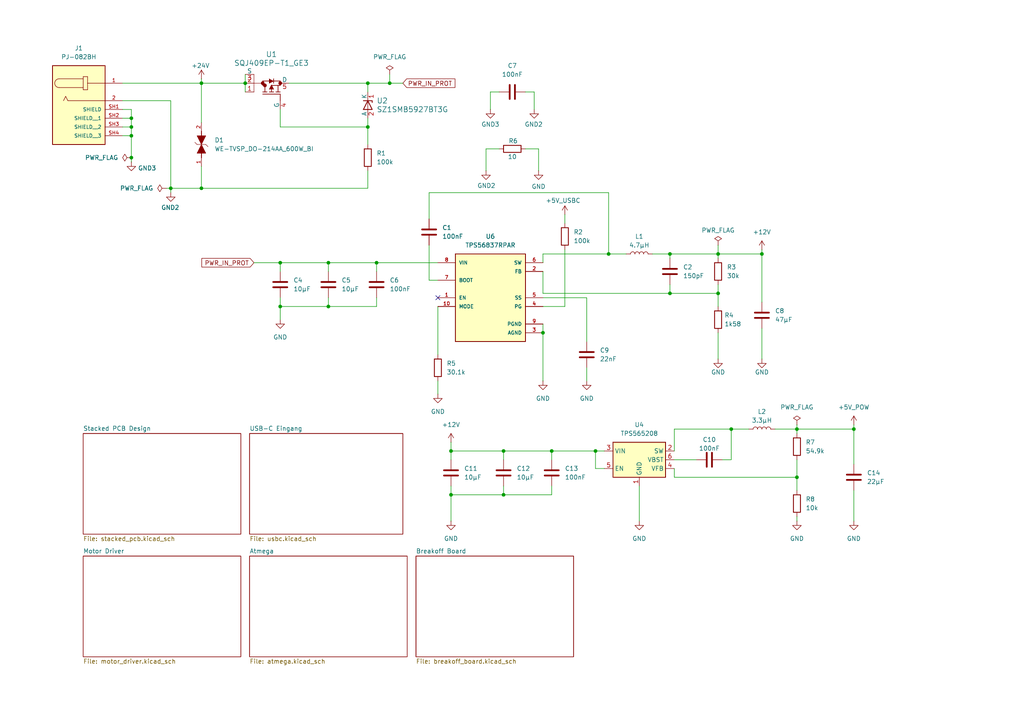
<source format=kicad_sch>
(kicad_sch (version 20231120) (generator "eeschema") (generator_version "8.0")
  (paper "A4")
  (lib_symbols
    (symbol "Device:C" (pin_numbers hide) (pin_names (offset 0.254))
      (property "Reference" "C" (at 0.635 2.54 0))
      (property "Value" "C" (at 0.635 -2.54 0))
      (symbol "C_0_1"
        (polyline (pts (xy -2.032 -0.762) (xy 2.032 -0.762)) (stroke (width 0.508)))
        (polyline (pts (xy -2.032 0.762) (xy 2.032 0.762)) (stroke (width 0.508)))
      )
      (symbol "C_1_1"
        (pin passive line (at 0 3.81 270) (length 2.794) (name "~") (number "1"))
        (pin passive line (at 0 -3.81 90) (length 2.794) (name "~") (number "2"))
      )
    )
    (symbol "Device:L" (pin_numbers hide) (pin_names (offset 1.016) hide)
      (property "Reference" "L" (at -1.27 0 90))
      (property "Value" "L" (at 1.905 0 90))
      (symbol "L_0_1"
        (arc (start 0 -2.54) (mid 0.6323 -1.905) (end 0 -1.27))
        (arc (start 0 -1.27) (mid 0.6323 -0.635) (end 0 0))
        (arc (start 0 0) (mid 0.6323 0.635) (end 0 1.27))
        (arc (start 0 1.27) (mid 0.6323 1.905) (end 0 2.54))
      )
      (symbol "L_1_1"
        (pin passive line (at 0 3.81 270) (length 1.27) (name "1") (number "1"))
        (pin passive line (at 0 -3.81 90) (length 1.27) (name "2") (number "2"))
      )
    )
    (symbol "Device:R" (pin_numbers hide) (pin_names (offset 0))
      (property "Reference" "R" (at 2.032 0 90))
      (property "Value" "R" (at 0 0 90))
      (symbol "R_0_1"
        (rectangle (start -1.016 -2.54) (end 1.016 2.54) (stroke (width 0.254)))
      )
      (symbol "R_1_1"
        (pin passive line (at 0 3.81 270) (length 1.27) (name "~") (number "1"))
        (pin passive line (at 0 -3.81 90) (length 1.27) (name "~") (number "2"))
      )
    )
    (symbol "Imported_Component_Symbols:PJ-082BH" (pin_names (offset 1.016))
      (property "Reference" "J" (at -7.6246 10.1631 0))
      (property "Value" "PJ-082BH" (at -7.632 -17.788 0))
      (symbol "PJ-082BH_0_0"
        (rectangle (start -7.62 7.62) (end 7.62 -15.24) (stroke (width 0.254)) (fill (type background)))
        (arc (start -5.715 3.81) (mid -6.9794 2.54) (end -5.715 1.27) (stroke (width 0.1524)))
        (polyline (pts (xy -5.715 3.81) (xy 1.27 3.81)) (stroke (width 0.1524)))
        (polyline (pts (xy -3.81 -1.27) (xy -4.445 -2.54)) (stroke (width 0.1524)))
        (polyline (pts (xy -3.175 -2.54) (xy -3.81 -1.27)) (stroke (width 0.1524)))
        (polyline (pts (xy 1.27 0.635) (xy 2.54 0.635)) (stroke (width 0.1524)))
        (polyline (pts (xy 1.27 1.27) (xy -5.715 1.27)) (stroke (width 0.1524)))
        (polyline (pts (xy 1.27 1.27) (xy 1.27 0.635)) (stroke (width 0.1524)))
        (polyline (pts (xy 1.27 3.81) (xy 1.27 1.27)) (stroke (width 0.1524)))
        (polyline (pts (xy 1.27 4.445) (xy 1.27 3.81)) (stroke (width 0.1524)))
        (polyline (pts (xy 2.54 0.635) (xy 2.54 2.54)) (stroke (width 0.1524)))
        (polyline (pts (xy 2.54 2.54) (xy 2.54 4.445)) (stroke (width 0.1524)))
        (polyline (pts (xy 2.54 2.54) (xy 7.62 2.54)) (stroke (width 0.1524)))
        (polyline (pts (xy 2.54 4.445) (xy 1.27 4.445)) (stroke (width 0.1524)))
        (polyline (pts (xy 7.62 -2.54) (xy -3.175 -2.54)) (stroke (width 0.1524)))
      )
      (symbol "PJ-082BH_1_0"
        (pin power_out line (at 12.7 2.54 180) (length 5.08) (name "~") (number "1"))
        (pin passive line (at 12.7 -2.54 180) (length 5.08) (name "~") (number "2"))
        (pin passive line (at 12.7 -5.08 180) (length 5.08) (name "SHIELD") (number "SH1"))
        (pin passive line (at 12.7 -7.62 180) (length 5.08) (name "SHIELD__1") (number "SH2"))
        (pin passive line (at 12.7 -10.16 180) (length 5.08) (name "SHIELD__2") (number "SH3"))
        (pin passive line (at 12.7 -12.7 180) (length 5.08) (name "SHIELD__3") (number "SH4"))
      )
    )
    (symbol "Imported_Component_Symbols:SQJ409EP-T1_GE3" (pin_names (offset 0))
      (property "Reference" "U" (at 0 6.604 0))
      (property "Value" "SQJ409EP-T1_GE3" (at 0 8.89 0))
      (symbol "SQJ409EP-T1_GE3_0_1"
        (circle (center -2.54 0) (radius 0.0254) (stroke (width 0.508)))
        (polyline (pts (xy -2.54 -5.08) (xy -2.54 -3.175)) (stroke (width 0.2032)))
        (polyline (pts (xy -2.54 -0.635) (xy -2.54 0.635)) (stroke (width 0.2032)))
        (polyline (pts (xy -1.905 -2.54) (xy -1.905 -0.635)) (stroke (width 0.2032)))
        (polyline (pts (xy -1.905 -0.635) (xy -2.54 -0.635)) (stroke (width 0.2032)))
        (polyline (pts (xy -1.905 -0.635) (xy 0 -0.635)) (stroke (width 0.2032)))
        (polyline (pts (xy -1.27 -2.54) (xy -2.54 -2.54)) (stroke (width 0.2032)))
        (polyline (pts (xy -0.635 0.635) (xy -2.54 0.635)) (stroke (width 0.2032)))
        (polyline (pts (xy -0.635 1.27) (xy -0.635 0)) (stroke (width 0.2032)))
        (polyline (pts (xy 0 -1.778) (xy 0 -2.413)) (stroke (width 0.2032)))
        (polyline (pts (xy 0.635 -2.54) (xy -0.635 -2.54)) (stroke (width 0.2032)))
        (polyline (pts (xy 1.905 -2.54) (xy 1.905 -0.635)) (stroke (width 0.2032)))
        (polyline (pts (xy 1.905 -0.635) (xy 2.54 -0.635)) (stroke (width 0.127)))
        (polyline (pts (xy 2.54 -3.175) (xy -2.54 -3.175)) (stroke (width 0.2032)))
        (polyline (pts (xy 2.54 -2.54) (xy 1.27 -2.54)) (stroke (width 0.2032)))
        (polyline (pts (xy 2.54 -0.635) (xy 2.54 0.635)) (stroke (width 0.2032)))
        (polyline (pts (xy 2.54 0) (xy 5.08 0)) (stroke (width 0.127)))
        (polyline (pts (xy 2.54 0.635) (xy 0.635 0.635)) (stroke (width 0.2032)))
        (polyline (pts (xy 5.08 -2.54) (xy 5.08 2.54)) (stroke (width 0.127)))
        (polyline (pts (xy 0.635 -1.778) (xy 0 -0.508) (xy -0.635 -1.778)) (fill (type outline)))
        (polyline (pts (xy 0.635 1.27) (xy 0.635 0) (xy -0.635 0.635)) (fill (type outline)))
        (circle (center 1.905 -0.635) (radius 0.0254) (stroke (width 0.508)))
        (circle (center 2.54 0) (radius 0.0254) (stroke (width 0.508)))
      )
      (symbol "SQJ409EP-T1_GE3_1_1"
        (pin passive line (at 7.62 -2.54 180) (length 2.54) (name "") (number "1"))
        (pin passive line (at 7.62 0 180) (length 2.54) (name "") (number "2"))
        (pin passive line (at 7.62 2.54 180) (length 2.54) (name "S") (number "3"))
        (pin input line (at -2.54 -7.62 90) (length 2.54) (name "G") (number "4"))
        (pin passive line (at -5.08 0 0) (length 2.54) (name "D") (number "5"))
      )
    )
    (symbol "Imported_Component_Symbols:SZ1SMB5927BT3G" (pin_names (offset 0))
      (property "Reference" "U" (at 0 10.16 0))
      (property "Value" "SZ1SMB5927BT3G" (at 0 7.62 0))
      (symbol "SZ1SMB5927BT3G_0_1"
        (polyline (pts (xy 1.27 0) (xy -1.27 0)))
        (polyline (pts (xy -1.27 -1.27) (xy -1.27 1.27) (xy -0.762 1.27)) (stroke (width 0.254)))
        (polyline (pts (xy 1.27 -1.27) (xy 1.27 1.27) (xy -1.27 0) (xy 1.27 -1.27)) (stroke (width 0.254)))
      )
      (symbol "SZ1SMB5927BT3G_1_1"
        (pin passive line (at -3.81 0 0) (length 2.54) (name "K") (number "1"))
        (pin passive line (at 3.81 0 180) (length 2.54) (name "A") (number "2"))
      )
    )
    (symbol "Imported_Component_Symbols:TPS56837RPAR" (pin_names (offset 1.016))
      (property "Reference" "U" (at -10.16 13.97 0))
      (property "Value" "TPS56837RPAR" (at -10.16 -13.97 0))
      (symbol "TPS56837RPAR_0_0"
        (rectangle (start -10.16 -12.7) (end 10.16 12.7) (stroke (width 0.254)) (fill (type background)))
        (pin input line (at -15.24 0 0) (length 5.08) (name "EN") (number "1"))
        (pin input line (at -15.24 -2.54 0) (length 5.08) (name "MODE") (number "10"))
        (pin input line (at 15.24 7.62 180) (length 5.08) (name "FB") (number "2"))
        (pin power_in line (at 15.24 -10.16 180) (length 5.08) (name "AGND") (number "3"))
        (pin output line (at 15.24 -2.54 180) (length 5.08) (name "PG") (number "4"))
        (pin output line (at 15.24 0 180) (length 5.08) (name "SS") (number "5"))
        (pin output line (at 15.24 10.16 180) (length 5.08) (name "SW") (number "6"))
        (pin input line (at -15.24 5.08 0) (length 5.08) (name "BOOT") (number "7"))
        (pin input line (at -15.24 10.16 0) (length 5.08) (name "VIN") (number "8"))
        (pin power_in line (at 15.24 -7.62 180) (length 5.08) (name "PGND") (number "9"))
      )
    )
    (symbol "Imported_Component_Symbols:WE-TVSP_DO-214AA_600W_BI" (pin_names (offset 1.016))
      (property "Reference" "D" (at 1.27 2.54 0))
      (property "Value" "WE-TVSP_DO-214AA_600W_BI" (at -2.54 -3.81 0))
      (symbol "WE-TVSP_DO-214AA_600W_BI_0_0"
        (polyline (pts (xy -2.54 0) (xy -1.27 0)) (stroke (width 0.254)))
        (polyline (pts (xy -0.635 0) (xy -1.27 0)) (stroke (width 0.254)))
        (polyline (pts (xy 1.27 -1.27) (xy 0.635 -1.905)) (stroke (width 0.127)))
        (polyline (pts (xy 1.27 1.27) (xy 1.27 -1.27)) (stroke (width 0.127)))
        (polyline (pts (xy 1.905 1.905) (xy 1.27 1.27)) (stroke (width 0.127)))
        (polyline (pts (xy 3.175 0) (xy 3.81 0)) (stroke (width 0.254)))
        (polyline (pts (xy 5.08 0) (xy 3.81 0)) (stroke (width 0.254)))
        (polyline (pts (xy -1.27 1.27) (xy -1.27 -1.27) (xy 1.27 0) (xy -1.27 1.27)) (stroke (width 0.127)) (fill (type outline)))
        (polyline (pts (xy 3.81 -1.27) (xy 3.81 1.27) (xy 1.27 0) (xy 3.81 -1.27)) (stroke (width 0.127)) (fill (type outline)))
        (pin passive line (at -5.08 0 0) (length 2.54) (name "~") (number "1"))
        (pin passive line (at 7.62 0 180) (length 2.54) (name "~") (number "2"))
      )
    )
    (symbol "Regulator_Switching:TPS565208"
      (property "Reference" "U" (at -7.62 6.35 0))
      (property "Value" "TPS565208" (at -2.54 6.35 0))
      (symbol "TPS565208_0_1"
        (rectangle (start -7.62 5.08) (end 7.62 -5.08) (stroke (width 0.254)) (fill (type background)))
      )
      (symbol "TPS565208_1_1"
        (pin power_in line (at 0 -7.62 90) (length 2.54) (name "GND") (number "1"))
        (pin output line (at 10.16 2.54 180) (length 2.54) (name "SW") (number "2"))
        (pin power_in line (at -10.16 2.54 0) (length 2.54) (name "VIN") (number "3"))
        (pin input line (at 10.16 -2.54 180) (length 2.54) (name "VFB") (number "4"))
        (pin input line (at -10.16 -2.54 0) (length 2.54) (name "EN") (number "5"))
        (pin passive line (at 10.16 0 180) (length 2.54) (name "VBST") (number "6"))
      )
    )
    (symbol "power:+12V" (power) (pin_numbers hide) (pin_names (offset 0) hide)
      (property "Value" "+12V" (at 0 3.556 0))
      (symbol "+12V_0_1"
        (polyline (pts (xy -0.762 1.27) (xy 0 2.54)))
        (polyline (pts (xy 0 0) (xy 0 2.54)))
        (polyline (pts (xy 0 2.54) (xy 0.762 1.27)))
      )
      (symbol "+12V_1_1"
        (pin power_in line (at 0 0 90) (length 0) (name "~") (number "1"))
      )
    )
    (symbol "power:+24V" (power) (pin_numbers hide) (pin_names (offset 0) hide)
      (property "Value" "+24V" (at 0 3.556 0))
      (symbol "+24V_0_1"
        (polyline (pts (xy -0.762 1.27) (xy 0 2.54)))
        (polyline (pts (xy 0 0) (xy 0 2.54)))
        (polyline (pts (xy 0 2.54) (xy 0.762 1.27)))
      )
      (symbol "+24V_1_1"
        (pin power_in line (at 0 0 90) (length 0) (name "~") (number "1"))
      )
    )
    (symbol "power:+5C" (power) (pin_numbers hide) (pin_names (offset 0) hide)
      (property "Value" "+5C" (at 0 3.556 0))
      (symbol "+5C_0_1"
        (polyline (pts (xy -0.762 1.27) (xy 0 2.54)))
        (polyline (pts (xy 0 0) (xy 0 2.54)))
        (polyline (pts (xy 0 2.54) (xy 0.762 1.27)))
      )
      (symbol "+5C_1_1"
        (pin power_in line (at 0 0 90) (length 0) (name "~") (number "1"))
      )
    )
    (symbol "power:+5VP" (power) (pin_numbers hide) (pin_names (offset 0) hide)
      (property "Value" "+5VP" (at 0 3.556 0))
      (symbol "+5VP_0_1"
        (polyline (pts (xy -0.762 1.27) (xy 0 2.54)))
        (polyline (pts (xy 0 0) (xy 0 2.54)))
        (polyline (pts (xy 0 2.54) (xy 0.762 1.27)))
      )
      (symbol "+5VP_1_1"
        (pin power_in line (at 0 0 90) (length 0) (name "~") (number "1"))
      )
    )
    (symbol "power:GND" (power) (pin_numbers hide) (pin_names (offset 0) hide)
      (property "Value" "GND" (at 0 -3.81 0))
      (symbol "GND_0_1"
        (polyline (pts (xy 0 0) (xy 0 -1.27) (xy 1.27 -1.27) (xy 0 -2.54) (xy -1.27 -1.27) (xy 0 -1.27)))
      )
      (symbol "GND_1_1"
        (pin power_in line (at 0 0 270) (length 0) (name "~") (number "1"))
      )
    )
    (symbol "power:GND2" (power) (pin_numbers hide) (pin_names (offset 0) hide)
      (property "Value" "GND2" (at 0 -3.81 0))
      (symbol "GND2_0_1"
        (polyline (pts (xy 0 0) (xy 0 -1.27) (xy 1.27 -1.27) (xy 0 -2.54) (xy -1.27 -1.27) (xy 0 -1.27)))
      )
      (symbol "GND2_1_1"
        (pin power_in line (at 0 0 270) (length 0) (name "~") (number "1"))
      )
    )
    (symbol "power:GND3" (power) (pin_numbers hide) (pin_names (offset 0) hide)
      (property "Value" "GND3" (at 0 -3.81 0))
      (symbol "GND3_0_1"
        (polyline (pts (xy 0 0) (xy 0 -1.27) (xy 1.27 -1.27) (xy 0 -2.54) (xy -1.27 -1.27) (xy 0 -1.27)))
      )
      (symbol "GND3_1_1"
        (pin power_in line (at 0 0 270) (length 0) (name "~") (number "1"))
      )
    )
    (symbol "power:PWR_FLAG" (power) (pin_numbers hide) (pin_names (offset 0) hide)
      (property "Value" "PWR_FLAG" (at 0 3.81 0))
      (symbol "PWR_FLAG_0_0"
        (pin power_out line (at 0 0 90) (length 0) (name "~") (number "1"))
      )
      (symbol "PWR_FLAG_0_1"
        (polyline (pts (xy 0 0) (xy 0 1.27) (xy -1.016 1.905) (xy 0 2.54) (xy 1.016 1.905) (xy 0 1.27)))
      )
    )
  )
  (junction (at 146.05 143.51))
  (junction (at 38.1 39.37))
  (junction (at 113.03 24.13))
  (junction (at 157.48 96.52))
  (junction (at 220.98 73.66))
  (junction (at 212.09 124.46))
  (junction (at 208.28 85.09))
  (junction (at 49.53 54.61))
  (junction (at 176.53 73.66))
  (junction (at 58.42 54.61))
  (junction (at 172.72 130.81))
  (junction (at 95.25 88.9))
  (junction (at 106.68 36.83))
  (junction (at 71.12 24.13))
  (junction (at 208.28 73.66))
  (junction (at 247.65 124.46))
  (junction (at 38.1 45.72))
  (junction (at 194.31 85.09))
  (junction (at 130.81 143.51))
  (junction (at 81.28 76.2))
  (junction (at 38.1 34.29))
  (junction (at 81.28 88.9))
  (junction (at 38.1 36.83))
  (junction (at 130.81 130.81))
  (junction (at 109.22 76.2))
  (junction (at 160.02 130.81))
  (junction (at 106.68 24.13))
  (junction (at 194.31 73.66))
  (junction (at 58.42 24.13))
  (junction (at 231.14 138.43))
  (junction (at 146.05 130.81))
  (junction (at 95.25 76.2))
  (junction (at 231.14 124.46))
  (no_connect (at 127 86.36))
  (wire (pts (xy 157.48 88.9) (xy 163.83 88.9)))
  (wire (pts (xy 140.97 49.53) (xy 140.97 43.18)))
  (wire (pts (xy 113.03 21.59) (xy 113.03 24.13)))
  (wire (pts (xy 157.48 73.66) (xy 176.53 73.66)))
  (wire (pts (xy 58.42 48.26) (xy 58.42 54.61)))
  (wire (pts (xy 81.28 76.2) (xy 81.28 78.74)))
  (wire (pts (xy 38.1 31.75) (xy 38.1 34.29)))
  (wire (pts (xy 81.28 88.9) (xy 95.25 88.9)))
  (wire (pts (xy 58.42 24.13) (xy 58.42 35.56)))
  (wire (pts (xy 189.23 73.66) (xy 194.31 73.66)))
  (wire (pts (xy 83.82 24.13) (xy 106.68 24.13)))
  (wire (pts (xy 81.28 86.36) (xy 81.28 88.9)))
  (wire (pts (xy 146.05 140.97) (xy 146.05 143.51)))
  (wire (pts (xy 175.26 135.89) (xy 172.72 135.89)))
  (wire (pts (xy 195.58 124.46) (xy 212.09 124.46)))
  (wire (pts (xy 194.31 73.66) (xy 208.28 73.66)))
  (wire (pts (xy 170.18 86.36) (xy 170.18 99.06)))
  (wire (pts (xy 58.42 22.86) (xy 58.42 24.13)))
  (wire (pts (xy 172.72 135.89) (xy 172.72 130.81)))
  (wire (pts (xy 157.48 85.09) (xy 157.48 78.74)))
  (wire (pts (xy 71.12 21.59) (xy 71.12 24.13)))
  (wire (pts (xy 109.22 88.9) (xy 95.25 88.9)))
  (wire (pts (xy 231.14 123.19) (xy 231.14 124.46)))
  (wire (pts (xy 35.56 31.75) (xy 38.1 31.75)))
  (wire (pts (xy 146.05 130.81) (xy 160.02 130.81)))
  (wire (pts (xy 109.22 76.2) (xy 109.22 78.74)))
  (wire (pts (xy 212.09 124.46) (xy 217.17 124.46)))
  (wire (pts (xy 163.83 62.23) (xy 163.83 64.77)))
  (wire (pts (xy 156.21 49.53) (xy 156.21 43.18)))
  (wire (pts (xy 208.28 73.66) (xy 220.98 73.66)))
  (wire (pts (xy 154.94 31.75) (xy 154.94 26.67)))
  (wire (pts (xy 106.68 36.83) (xy 106.68 41.91)))
  (wire (pts (xy 106.68 26.67) (xy 106.68 24.13)))
  (wire (pts (xy 208.28 71.12) (xy 208.28 73.66)))
  (wire (pts (xy 124.46 81.28) (xy 127 81.28)))
  (wire (pts (xy 170.18 106.68) (xy 170.18 110.49)))
  (wire (pts (xy 106.68 49.53) (xy 106.68 54.61)))
  (wire (pts (xy 142.24 31.75) (xy 142.24 26.67)))
  (wire (pts (xy 95.25 76.2) (xy 109.22 76.2)))
  (wire (pts (xy 163.83 88.9) (xy 163.83 72.39)))
  (wire (pts (xy 38.1 36.83) (xy 38.1 39.37)))
  (wire (pts (xy 209.55 133.35) (xy 212.09 133.35)))
  (wire (pts (xy 124.46 71.12) (xy 124.46 81.28)))
  (wire (pts (xy 95.25 76.2) (xy 95.25 78.74)))
  (wire (pts (xy 224.79 124.46) (xy 231.14 124.46)))
  (wire (pts (xy 38.1 34.29) (xy 38.1 36.83)))
  (wire (pts (xy 157.48 85.09) (xy 194.31 85.09)))
  (wire (pts (xy 220.98 87.63) (xy 220.98 73.66)))
  (wire (pts (xy 247.65 142.24) (xy 247.65 151.13)))
  (wire (pts (xy 109.22 76.2) (xy 127 76.2)))
  (wire (pts (xy 231.14 133.35) (xy 231.14 138.43)))
  (wire (pts (xy 81.28 36.83) (xy 106.68 36.83)))
  (wire (pts (xy 220.98 72.39) (xy 220.98 73.66)))
  (wire (pts (xy 127 88.9) (xy 127 102.87)))
  (wire (pts (xy 247.65 123.19) (xy 247.65 124.46)))
  (wire (pts (xy 130.81 143.51) (xy 146.05 143.51)))
  (wire (pts (xy 71.12 24.13) (xy 71.12 26.67)))
  (wire (pts (xy 157.48 73.66) (xy 157.48 76.2)))
  (wire (pts (xy 81.28 88.9) (xy 81.28 92.71)))
  (wire (pts (xy 160.02 130.81) (xy 160.02 133.35)))
  (wire (pts (xy 156.21 43.18) (xy 152.4 43.18)))
  (wire (pts (xy 195.58 138.43) (xy 231.14 138.43)))
  (wire (pts (xy 208.28 85.09) (xy 208.28 88.9)))
  (wire (pts (xy 38.1 39.37) (xy 38.1 45.72)))
  (wire (pts (xy 49.53 54.61) (xy 58.42 54.61)))
  (wire (pts (xy 35.56 36.83) (xy 38.1 36.83)))
  (wire (pts (xy 146.05 143.51) (xy 160.02 143.51)))
  (wire (pts (xy 124.46 55.88) (xy 124.46 63.5)))
  (wire (pts (xy 130.81 130.81) (xy 130.81 133.35)))
  (wire (pts (xy 142.24 26.67) (xy 144.78 26.67)))
  (wire (pts (xy 130.81 130.81) (xy 146.05 130.81)))
  (wire (pts (xy 160.02 143.51) (xy 160.02 140.97)))
  (wire (pts (xy 73.66 76.2) (xy 81.28 76.2)))
  (wire (pts (xy 195.58 124.46) (xy 195.58 130.81)))
  (wire (pts (xy 49.53 29.21) (xy 49.53 54.61)))
  (wire (pts (xy 146.05 130.81) (xy 146.05 133.35)))
  (wire (pts (xy 231.14 124.46) (xy 247.65 124.46)))
  (wire (pts (xy 208.28 96.52) (xy 208.28 104.14)))
  (wire (pts (xy 160.02 130.81) (xy 172.72 130.81)))
  (wire (pts (xy 185.42 140.97) (xy 185.42 151.13)))
  (wire (pts (xy 95.25 88.9) (xy 95.25 86.36)))
  (wire (pts (xy 130.81 140.97) (xy 130.81 143.51)))
  (wire (pts (xy 113.03 24.13) (xy 116.84 24.13)))
  (wire (pts (xy 58.42 54.61) (xy 106.68 54.61)))
  (wire (pts (xy 176.53 73.66) (xy 181.61 73.66)))
  (wire (pts (xy 38.1 45.72) (xy 38.1 46.99)))
  (wire (pts (xy 195.58 138.43) (xy 195.58 135.89)))
  (wire (pts (xy 194.31 74.93) (xy 194.31 73.66)))
  (wire (pts (xy 208.28 74.93) (xy 208.28 73.66)))
  (wire (pts (xy 58.42 24.13) (xy 71.12 24.13)))
  (wire (pts (xy 106.68 24.13) (xy 113.03 24.13)))
  (wire (pts (xy 35.56 39.37) (xy 38.1 39.37)))
  (wire (pts (xy 49.53 54.61) (xy 49.53 55.88)))
  (wire (pts (xy 176.53 55.88) (xy 124.46 55.88)))
  (wire (pts (xy 231.14 125.73) (xy 231.14 124.46)))
  (wire (pts (xy 220.98 95.25) (xy 220.98 104.14)))
  (wire (pts (xy 172.72 130.81) (xy 175.26 130.81)))
  (wire (pts (xy 81.28 36.83) (xy 81.28 31.75)))
  (wire (pts (xy 130.81 143.51) (xy 130.81 151.13)))
  (wire (pts (xy 109.22 86.36) (xy 109.22 88.9)))
  (wire (pts (xy 195.58 133.35) (xy 201.93 133.35)))
  (wire (pts (xy 231.14 142.24) (xy 231.14 138.43)))
  (wire (pts (xy 35.56 34.29) (xy 38.1 34.29)))
  (wire (pts (xy 154.94 26.67) (xy 152.4 26.67)))
  (wire (pts (xy 157.48 86.36) (xy 170.18 86.36)))
  (wire (pts (xy 81.28 76.2) (xy 95.25 76.2)))
  (wire (pts (xy 106.68 36.83) (xy 106.68 34.29)))
  (wire (pts (xy 35.56 24.13) (xy 58.42 24.13)))
  (wire (pts (xy 176.53 55.88) (xy 176.53 73.66)))
  (wire (pts (xy 231.14 151.13) (xy 231.14 149.86)))
  (wire (pts (xy 127 110.49) (xy 127 114.3)))
  (wire (pts (xy 157.48 96.52) (xy 157.48 110.49)))
  (wire (pts (xy 48.26 54.61) (xy 49.53 54.61)))
  (wire (pts (xy 157.48 93.98) (xy 157.48 96.52)))
  (wire (pts (xy 247.65 134.62) (xy 247.65 124.46)))
  (wire (pts (xy 35.56 29.21) (xy 49.53 29.21)))
  (wire (pts (xy 130.81 128.27) (xy 130.81 130.81)))
  (wire (pts (xy 212.09 133.35) (xy 212.09 124.46)))
  (wire (pts (xy 208.28 82.55) (xy 208.28 85.09)))
  (wire (pts (xy 208.28 85.09) (xy 194.31 85.09)))
  (wire (pts (xy 194.31 82.55) (xy 194.31 85.09)))
  (wire (pts (xy 140.97 43.18) (xy 144.78 43.18)))
  (global_label "PWR_IN_PROT" (shape input) (at 73.66 76.2 180) (property "Intersheetrefs" "${INTERSHEET_REFS}" (effects (hide yes))))
  (global_label "PWR_IN_PROT" (shape input) (at 116.84 24.13 0) (property "Intersheetrefs" "${INTERSHEET_REFS}" (effects (hide yes))))
  (symbol (lib_id "power:+5VP") (at 247.65 123.19 0) (unit 1)
    (property "Reference" "#PWR016" (effects (hide yes)))
    (property "Value" "+5V_POW" (at 247.65 118.11 0))
    (property "Description" "Power symbol creates a global label with name \"+5VP\"" (effects (hide yes)))
  )
  (symbol (lib_id "Device:C") (at 220.98 91.44 0) (unit 1)
    (property "Reference" "C8" (at 224.79 90.1699 0) (effects (justify left)))
    (property "Value" "47µF" (at 224.79 92.7099 0) (effects (justify left)))
    (property "Footprint" "Capacitor_SMD:C_1812_4532Metric_Pad1.57x3.40mm_HandSolder" (effects (hide yes)))
    (property "Description" "Unpolarized capacitor" (effects (hide yes)))
  )
  (symbol (lib_id "power:GND") (at 156.21 49.53 0) (unit 1)
    (property "Reference" "#PWR015" (effects (hide yes)))
    (property "Value" "GND" (at 156.21 54.102 0))
    (property "Description" "Power symbol creates a global label with name \"GND\" , ground" (effects (hide yes)))
  )
  (symbol (lib_id "Device:C") (at 247.65 138.43 0) (unit 1)
    (property "Reference" "C14" (at 251.46 137.1599 0) (effects (justify left)))
    (property "Value" "22µF" (at 251.46 139.6999 0) (effects (justify left)))
    (property "Footprint" "Capacitor_SMD:C_1210_3225Metric_Pad1.33x2.70mm_HandSolder" (effects (hide yes)))
    (property "Description" "Unpolarized capacitor" (effects (hide yes)))
  )
  (symbol (lib_id "Device:C") (at 109.22 82.55 0) (unit 1)
    (property "Reference" "C6" (at 113.03 81.2799 0) (effects (justify left)))
    (property "Value" "100nF" (at 113.03 83.8199 0) (effects (justify left)))
    (property "Footprint" "Capacitor_SMD:C_0805_2012Metric_Pad1.18x1.45mm_HandSolder" (effects (hide yes)))
    (property "Description" "Unpolarized capacitor" (effects (hide yes)))
  )
  (symbol (lib_id "power:GND3") (at 142.24 31.75 0) (unit 1)
    (property "Reference" "#PWR06" (effects (hide yes)))
    (property "Value" "GND3" (at 142.24 36.068 0))
    (property "Description" "Power symbol creates a global label with name \"GND3\" , ground" (effects (hide yes)))
  )
  (symbol (lib_id "Device:R") (at 208.28 78.74 0) (unit 1)
    (property "Reference" "R3" (at 210.82 77.4699 0) (effects (justify left)))
    (property "Value" "30k" (at 210.82 80.0099 0) (effects (justify left)))
    (property "Footprint" "Resistor_SMD:R_0603_1608Metric_Pad0.98x0.95mm_HandSolder" (effects (hide yes)))
    (property "Description" "Resistor" (effects (hide yes)))
  )
  (symbol (lib_id "Device:C") (at 146.05 137.16 0) (unit 1)
    (property "Reference" "C12" (at 149.86 135.8899 0) (effects (justify left)))
    (property "Value" "10µF" (at 149.86 138.4299 0) (effects (justify left)))
    (property "Footprint" "Capacitor_SMD:C_0805_2012Metric_Pad1.18x1.45mm_HandSolder" (effects (hide yes)))
    (property "Description" "Unpolarized capacitor" (effects (hide yes)))
  )
  (symbol (lib_id "Device:R") (at 163.83 68.58 0) (unit 1)
    (property "Reference" "R2" (at 166.37 67.3099 0) (effects (justify left)))
    (property "Value" "100k" (at 166.37 69.8499 0) (effects (justify left)))
    (property "Footprint" "Resistor_SMD:R_0603_1608Metric_Pad0.98x0.95mm_HandSolder" (effects (hide yes)))
    (property "Description" "Resistor" (effects (hide yes)))
  )
  (symbol (lib_id "Device:C") (at 170.18 102.87 0) (unit 1)
    (property "Reference" "C9" (at 173.99 101.5999 0) (effects (justify left)))
    (property "Value" "22nF" (at 173.99 104.1399 0) (effects (justify left)))
    (property "Footprint" "Capacitor_SMD:C_0603_1608Metric_Pad1.08x0.95mm_HandSolder" (effects (hide yes)))
    (property "Description" "Unpolarized capacitor" (effects (hide yes)))
  )
  (symbol (lib_id "Device:C") (at 124.46 67.31 180) (unit 1)
    (property "Reference" "C1" (at 128.27 66.0399 0) (effects (justify right)))
    (property "Value" "100nF" (at 128.27 68.5799 0) (effects (justify right)))
    (property "Footprint" "Capacitor_SMD:C_0603_1608Metric_Pad1.08x0.95mm_HandSolder" (effects (hide yes)))
    (property "Description" "Unpolarized capacitor" (effects (hide yes)))
  )
  (symbol (lib_id "power:+12V") (at 220.98 72.39 0) (unit 1)
    (property "Reference" "#PWR05" (effects (hide yes)))
    (property "Value" "+12V" (at 220.98 67.31 0))
    (property "Description" "Power symbol creates a global label with name \"+12V\"" (effects (hide yes)))
  )
  (symbol (lib_id "Device:R") (at 106.68 45.72 0) (unit 1)
    (property "Reference" "R1" (at 109.22 44.4499 0) (effects (justify left)))
    (property "Value" "100k" (at 109.22 46.9899 0) (effects (justify left)))
    (property "Footprint" "Resistor_SMD:R_0603_1608Metric_Pad0.98x0.95mm_HandSolder" (effects (hide yes)))
    (property "Description" "Resistor" (effects (hide yes)))
  )
  (symbol (lib_id "Device:C") (at 148.59 26.67 90) (unit 1)
    (property "Reference" "C7" (at 148.59 19.05 90))
    (property "Value" "100nF" (at 148.59 21.59 90))
    (property "Footprint" "Capacitor_SMD:C_0603_1608Metric_Pad1.08x0.95mm_HandSolder" (effects (hide yes)))
    (property "Description" "Unpolarized capacitor" (effects (hide yes)))
  )
  (symbol (lib_id "power:GND") (at 81.28 92.71 0) (unit 1)
    (property "Reference" "#PWR08" (effects (hide yes)))
    (property "Value" "GND" (at 81.28 97.79 0))
    (property "Description" "Power symbol creates a global label with name \"GND\" , ground" (effects (hide yes)))
  )
  (symbol (lib_id "power:GND2") (at 140.97 49.53 0) (unit 1)
    (property "Reference" "#PWR014" (effects (hide yes)))
    (property "Value" "GND2" (at 138.43 53.848 0) (effects (justify left)))
    (property "Description" "Power symbol creates a global label with name \"GND2\" , ground" (effects (hide yes)))
  )
  (symbol (lib_id "Device:R") (at 231.14 129.54 0) (unit 1)
    (property "Reference" "R7" (at 233.68 128.2699 0) (effects (justify left)))
    (property "Value" "54.9k" (at 233.68 130.8099 0) (effects (justify left)))
    (property "Footprint" "Resistor_SMD:R_0603_1608Metric_Pad0.98x0.95mm_HandSolder" (effects (hide yes)))
    (property "Description" "Resistor" (effects (hide yes)))
  )
  (symbol (lib_id "Device:C") (at 160.02 137.16 0) (unit 1)
    (property "Reference" "C13" (at 163.83 135.8899 0) (effects (justify left)))
    (property "Value" "100nF" (at 163.83 138.4299 0) (effects (justify left)))
    (property "Footprint" "Capacitor_SMD:C_0603_1608Metric_Pad1.08x0.95mm_HandSolder" (effects (hide yes)))
    (property "Description" "Unpolarized capacitor" (effects (hide yes)))
  )
  (symbol (lib_id "Device:C") (at 194.31 78.74 0) (unit 1)
    (property "Reference" "C2" (at 198.12 77.4699 0) (effects (justify left)))
    (property "Value" "150pF" (at 198.12 80.0099 0) (effects (justify left)))
    (property "Footprint" "Capacitor_SMD:C_0603_1608Metric_Pad1.08x0.95mm_HandSolder" (effects (hide yes)))
    (property "Description" "Unpolarized capacitor" (effects (hide yes)))
  )
  (symbol (lib_id "power:PWR_FLAG") (at 231.14 123.19 0) (unit 1)
    (property "Reference" "#FLG05" (effects (hide yes)))
    (property "Value" "PWR_FLAG" (at 231.14 118.11 0))
    (property "Description" "Special symbol for telling ERC where power comes from" (effects (hide yes)))
  )
  (symbol (lib_id "Device:C") (at 95.25 82.55 0) (unit 1)
    (property "Reference" "C5" (at 99.06 81.2799 0) (effects (justify left)))
    (property "Value" "10µF" (at 99.06 83.8199 0) (effects (justify left)))
    (property "Footprint" "Capacitor_SMD:C_1210_3225Metric_Pad1.33x2.70mm_HandSolder" (effects (hide yes)))
    (property "Description" "Unpolarized capacitor" (effects (hide yes)))
  )
  (symbol (lib_id "Imported_Component_Symbols:WE-TVSP_DO-214AA_600W_BI") (at 58.42 43.18 90) (unit 1)
    (property "Reference" "D1" (at 62.23 40.6399 90) (effects (justify right)))
    (property "Value" "WE-TVSP_DO-214AA_600W_BI" (at 62.23 43.1799 90) (effects (justify right)))
    (property "Footprint" "Imported_Component_Footprints:824521241" (effects (hide yes)))
  )
  (symbol (lib_id "power:GND2") (at 154.94 31.75 0) (unit 1)
    (property "Reference" "#PWR07" (effects (hide yes)))
    (property "Value" "GND2" (at 152.146 36.068 0) (effects (justify left)))
    (property "Description" "Power symbol creates a global label with name \"GND2\" , ground" (effects (hide yes)))
  )
  (symbol (lib_id "power:GND") (at 185.42 151.13 0) (unit 1)
    (property "Reference" "#PWR019" (effects (hide yes)))
    (property "Value" "GND" (at 185.42 156.21 0))
    (property "Description" "Power symbol creates a global label with name \"GND\" , ground" (effects (hide yes)))
  )
  (symbol (lib_id "Imported_Component_Symbols:TPS56837RPAR") (at 142.24 86.36 0) (unit 1)
    (property "Reference" "U6" (at 142.24 68.58 0))
    (property "Value" "TPS56837RPAR" (at 142.24 71.12 0))
    (property "Footprint" "Imported_Component_Footprints:CONV_TPS56837RPAR" (effects (hide yes)))
    (property "MF" "Texas Instruments" (effects (hide yes)))
    (property "MAXIMUM_PACKAGE_HEIGHT" "1 mm" (effects (hide yes)))
    (property "Package" "None" (effects (hide yes)))
    (property "Price" "None" (effects (hide yes)))
    (property "Check_prices" "https://www.snapeda.com/parts/TPS56837RPAR/Texas+Instruments/view-part/?ref=eda" (effects (hide yes)))
    (property "STANDARD" "Manufacturer Recommendations" (effects (hide yes)))
    (property "PARTREV" "A" (effects (hide yes)))
    (property "SnapEDA_Link" "https://www.snapeda.com/parts/TPS56837RPAR/Texas+Instruments/view-part/?ref=snap" (effects (hide yes)))
    (property "MP" "TPS56837RPAR" (effects (hide yes)))
    (property "Description_1" "\n                        \n                            4.5-V to 28-V input, 8-A synchronous buck converter\n                        \n" (effects (hide yes)))
    (property "Availability" "In Stock" (effects (hide yes)))
    (property "MANUFACTURER" "Texas Instruments" (effects (hide yes)))
  )
  (symbol (lib_id "power:GND") (at 220.98 104.14 0) (unit 1)
    (property "Reference" "#PWR013" (effects (hide yes)))
    (property "Value" "GND" (at 220.98 107.95 0))
    (property "Description" "Power symbol creates a global label with name \"GND\" , ground" (effects (hide yes)))
  )
  (symbol (lib_id "power:PWR_FLAG") (at 208.28 71.12 0) (unit 1)
    (property "Reference" "#FLG04" (effects (hide yes)))
    (property "Value" "PWR_FLAG" (at 208.28 66.802 0))
    (property "Description" "Special symbol for telling ERC where power comes from" (effects (hide yes)))
  )
  (symbol (lib_id "Device:R") (at 127 106.68 0) (unit 1)
    (property "Reference" "R5" (at 129.54 105.4099 0) (effects (justify left)))
    (property "Value" "30.1k" (at 129.54 107.9499 0) (effects (justify left)))
    (property "Footprint" "Resistor_SMD:R_0603_1608Metric_Pad0.98x0.95mm_HandSolder" (effects (hide yes)))
    (property "Description" "Resistor" (effects (hide yes)))
  )
  (symbol (lib_id "Device:R") (at 148.59 43.18 90) (unit 1)
    (property "Reference" "R6" (at 148.844 40.894 90))
    (property "Value" "10" (at 148.59 45.466 90))
    (property "Footprint" "Resistor_SMD:R_0603_1608Metric_Pad0.98x0.95mm_HandSolder" (effects (hide yes)))
    (property "Description" "Resistor" (effects (hide yes)))
  )
  (symbol (lib_id "power:GND") (at 130.81 151.13 0) (unit 1)
    (property "Reference" "#PWR018" (effects (hide yes)))
    (property "Value" "GND" (at 130.81 156.21 0))
    (property "Description" "Power symbol creates a global label with name \"GND\" , ground" (effects (hide yes)))
  )
  (symbol (lib_id "Imported_Component_Symbols:SQJ409EP-T1_GE3") (at 78.74 24.13 0) (mirror y) (unit 1)
    (property "Reference" "U1" (at 78.74 15.748 0) (effects (font (size 1.524 1.524))))
    (property "Value" "SQJ409EP-T1_GE3" (at 78.74 18.288 0) (effects (font (size 1.524 1.524))))
    (property "Footprint" "Imported_Component_Footprints:SQJ409EP_T1_GE3" (effects (hide yes)))
    (property "Datasheet" "SQJ409EP-T1_GE3" (effects (hide yes)))
  )
  (symbol (lib_id "Device:R") (at 208.28 92.71 0) (unit 1)
    (property "Reference" "R4" (at 210.1151 91.4399 0) (effects (justify left)))
    (property "Value" "1k58" (at 210.1151 93.9799 0) (effects (justify left)))
    (property "Footprint" "Resistor_SMD:R_0603_1608Metric_Pad0.98x0.95mm_HandSolder" (effects (hide yes)))
    (property "Description" "Resistor" (effects (hide yes)))
  )
  (symbol (lib_id "power:GND3") (at 38.1 46.99 0) (unit 1)
    (property "Reference" "#PWR03" (effects (hide yes)))
    (property "Value" "GND3" (at 42.672 48.768 0))
    (property "Description" "Power symbol creates a global label with name \"GND3\" , ground" (effects (hide yes)))
  )
  (symbol (lib_id "Imported_Component_Symbols:SZ1SMB5927BT3G") (at 106.68 30.48 270) (unit 1)
    (property "Reference" "U2" (at 109.22 29.2099 90) (effects (font (size 1.524 1.524)) (justify left)))
    (property "Value" "SZ1SMB5927BT3G" (at 109.22 31.7499 90) (effects (font (size 1.524 1.524)) (justify left)))
    (property "Footprint" "Imported_Component_Footprints:SZ1SMB5927BT3G" (effects (hide yes)))
    (property "Datasheet" "SZ1SMB5927BT3G" (effects (hide yes)))
  )
  (symbol (lib_id "Device:R") (at 231.14 146.05 0) (unit 1)
    (property "Reference" "R8" (at 233.68 144.7799 0) (effects (justify left)))
    (property "Value" "10k" (at 233.68 147.3199 0) (effects (justify left)))
    (property "Footprint" "Resistor_SMD:R_0603_1608Metric_Pad0.98x0.95mm_HandSolder" (effects (hide yes)))
    (property "Description" "Resistor" (effects (hide yes)))
  )
  (symbol (lib_id "Device:C") (at 130.81 137.16 0) (unit 1)
    (property "Reference" "C11" (at 134.62 135.8899 0) (effects (justify left)))
    (property "Value" "10µF" (at 134.62 138.4299 0) (effects (justify left)))
    (property "Footprint" "Capacitor_SMD:C_0805_2012Metric_Pad1.18x1.45mm_HandSolder" (effects (hide yes)))
    (property "Description" "Unpolarized capacitor" (effects (hide yes)))
  )
  (symbol (lib_id "power:GND") (at 247.65 151.13 0) (unit 1)
    (property "Reference" "#PWR021" (effects (hide yes)))
    (property "Value" "GND" (at 247.65 156.21 0))
    (property "Description" "Power symbol creates a global label with name \"GND\" , ground" (effects (hide yes)))
  )
  (symbol (lib_id "power:GND") (at 157.48 110.49 0) (unit 1)
    (property "Reference" "#PWR011" (effects (hide yes)))
    (property "Value" "GND" (at 157.48 115.57 0))
    (property "Description" "Power symbol creates a global label with name \"GND\" , ground" (effects (hide yes)))
  )
  (symbol (lib_id "power:+24V") (at 58.42 22.86 0) (unit 1)
    (property "Reference" "#PWR01" (effects (hide yes)))
    (property "Value" "+24V" (at 58.166 19.05 0))
    (property "Description" "Power symbol creates a global label with name \"+24V\"" (effects (hide yes)))
  )
  (symbol (lib_id "power:GND2") (at 49.53 55.88 0) (unit 1)
    (property "Reference" "#PWR04" (effects (hide yes)))
    (property "Value" "GND2" (at 46.736 60.198 0) (effects (justify left)))
    (property "Description" "Power symbol creates a global label with name \"GND2\" , ground" (effects (hide yes)))
  )
  (symbol (lib_id "power:PWR_FLAG") (at 113.03 21.59 0) (unit 1)
    (property "Reference" "#FLG01" (effects (hide yes)))
    (property "Value" "PWR_FLAG" (at 113.03 16.51 0))
    (property "Description" "Special symbol for telling ERC where power comes from" (effects (hide yes)))
  )
  (symbol (lib_id "power:PWR_FLAG") (at 48.26 54.61 90) (unit 1)
    (property "Reference" "#FLG03" (effects (hide yes)))
    (property "Value" "PWR_FLAG" (at 44.45 54.6099 90) (effects (justify left)))
    (property "Description" "Special symbol for telling ERC where power comes from" (effects (hide yes)))
  )
  (symbol (lib_id "power:PWR_FLAG") (at 38.1 45.72 90) (unit 1)
    (property "Reference" "#FLG02" (effects (hide yes)))
    (property "Value" "PWR_FLAG" (at 34.29 45.7199 90) (effects (justify left)))
    (property "Description" "Special symbol for telling ERC where power comes from" (effects (hide yes)))
  )
  (symbol (lib_id "power:GND") (at 127 114.3 0) (unit 1)
    (property "Reference" "#PWR010" (effects (hide yes)))
    (property "Value" "GND" (at 127 119.38 0))
    (property "Description" "Power symbol creates a global label with name \"GND\" , ground" (effects (hide yes)))
  )
  (symbol (lib_id "Regulator_Switching:TPS565208") (at 185.42 133.35 0) (unit 1)
    (property "Reference" "U4" (at 185.42 123.19 0))
    (property "Value" "TPS565208" (at 185.42 125.73 0))
    (property "Footprint" "Package_TO_SOT_SMD:SOT-23-6" (effects (hide yes)))
    (property "Datasheet" "http://www.ti.com/lit/ds/symlink/tps565208.pdf" (effects (hide yes)))
    (property "Description" "5A Synchronous Step-Down Voltage Regulator, Adjustable Output Voltage, 4.5-17V Input Voltage, SOT-23-6" (effects (hide yes)))
  )
  (symbol (lib_id "power:GND") (at 170.18 110.49 0) (unit 1)
    (property "Reference" "#PWR09" (effects (hide yes)))
    (property "Value" "GND" (at 170.18 115.57 0))
    (property "Description" "Power symbol creates a global label with name \"GND\" , ground" (effects (hide yes)))
  )
  (symbol (lib_id "power:+12V") (at 130.81 128.27 0) (unit 1)
    (property "Reference" "#PWR017" (effects (hide yes)))
    (property "Value" "+12V" (at 130.81 123.19 0))
    (property "Description" "Power symbol creates a global label with name \"+12V\"" (effects (hide yes)))
  )
  (symbol (lib_id "Device:L") (at 220.98 124.46 90) (unit 1)
    (property "Reference" "L2" (at 220.98 119.38 90))
    (property "Value" "3.3µH" (at 220.98 121.92 90))
    (property "Footprint" "Imported_Component_Footprints:IHLP2525CZER3R3M11" (effects (hide yes)))
    (property "Description" "Inductor" (effects (hide yes)))
  )
  (symbol (lib_id "Device:C") (at 81.28 82.55 0) (unit 1)
    (property "Reference" "C4" (at 85.09 81.2799 0) (effects (justify left)))
    (property "Value" "10µF" (at 85.09 83.8199 0) (effects (justify left)))
    (property "Footprint" "Capacitor_SMD:C_1210_3225Metric_Pad1.33x2.70mm_HandSolder" (effects (hide yes)))
    (property "Description" "Unpolarized capacitor" (effects (hide yes)))
  )
  (symbol (lib_id "power:GND") (at 208.28 104.14 0) (unit 1)
    (property "Reference" "#PWR012" (effects (hide yes)))
    (property "Value" "GND" (at 208.28 107.95 0))
    (property "Description" "Power symbol creates a global label with name \"GND\" , ground" (effects (hide yes)))
  )
  (symbol (lib_id "Device:L") (at 185.42 73.66 90) (unit 1)
    (property "Reference" "L1" (at 185.42 68.58 90))
    (property "Value" "4.7µH" (at 185.42 71.12 90))
    (property "Footprint" "Imported_Component_Footprints:SPM10040T_4R7M_HZ" (effects (hide yes)))
    (property "Description" "Inductor" (effects (hide yes)))
  )
  (symbol (lib_id "Device:C") (at 205.74 133.35 90) (unit 1)
    (property "Reference" "C10" (at 205.74 127.508 90))
    (property "Value" "100nF" (at 205.74 130.048 90))
    (property "Footprint" "Capacitor_SMD:C_0603_1608Metric_Pad1.08x0.95mm_HandSolder" (effects (hide yes)))
    (property "Description" "Unpolarized capacitor" (effects (hide yes)))
  )
  (symbol (lib_id "Imported_Component_Symbols:PJ-082BH") (at 22.86 26.67 0) (unit 1)
    (property "Reference" "J1" (at 22.86 13.97 0))
    (property "Value" "PJ-082BH" (at 22.86 16.51 0))
    (property "Footprint" "Imported_Component_Footprints:CUI_PJ-082BH" (effects (hide yes)))
    (property "PARTREV" "1.04" (effects (hide yes)))
    (property "STANDARD" "Manufacturer Recommendations" (effects (hide yes)))
    (property "MAXIMUM_PACKAGE_HEIGHT" "10.5 mm" (effects (hide yes)))
    (property "MANUFACTURER" "CUI Devices" (effects (hide yes)))
  )
  (symbol (lib_id "power:+5C") (at 163.83 62.23 0) (unit 1)
    (property "Reference" "#PWR02" (effects (hide yes)))
    (property "Value" "+5V_USBC" (at 163.322 58.166 0))
    (property "Description" "Power symbol creates a global label with name \"+5C\"" (effects (hide yes)))
  )
  (symbol (lib_id "power:GND") (at 231.14 151.13 0) (unit 1)
    (property "Reference" "#PWR020" (effects (hide yes)))
    (property "Value" "GND" (at 231.14 156.21 0))
    (property "Description" "Power symbol creates a global label with name \"GND\" , ground" (effects (hide yes)))
  )
  (sheet (at 24.13 161.29) (size 45.72 29.21) (stroke (width 0.1524))
    (property "Sheetname" "Motor Driver" (at 24.13 160.5784 0) (effects (justify left bottom)))
    (property "Sheetfile" "motor_driver.kicad_sch" (at 24.13 191.0846 0) (effects (justify left top)))
  )
  (sheet (at 72.39 161.29) (size 45.72 29.21) (stroke (width 0.1524))
    (property "Sheetname" "Atmega" (at 72.39 160.5784 0) (effects (justify left bottom)))
    (property "Sheetfile" "atmega.kicad_sch" (at 72.39 191.0846 0) (effects (justify left top)))
  )
  (sheet (at 24.13 125.73) (size 45.72 29.21) (stroke (width 0.1524))
    (property "Sheetname" "Stacked PCB Design" (at 24.13 125.0184 0) (effects (justify left bottom)))
    (property "Sheetfile" "stacked_pcb.kicad_sch" (at 24.13 155.5246 0) (effects (justify left top)))
  )
  (sheet (at 120.65 161.29) (size 45.72 29.21) (stroke (width 0.1524))
    (property "Sheetname" "Breakoff Board" (at 120.65 160.5784 0) (effects (justify left bottom)))
    (property "Sheetfile" "breakoff_board.kicad_sch" (at 120.65 191.0846 0) (effects (justify left top)))
  )
  (sheet (at 72.39 125.73) (size 44.45 29.21) (stroke (width 0.1524))
    (property "Sheetname" "USB-C Eingang" (at 72.39 125.0184 0) (effects (justify left bottom)))
    (property "Sheetfile" "usbc.kicad_sch" (at 72.39 155.5246 0) (effects (justify left top)))
  )
)
</source>
